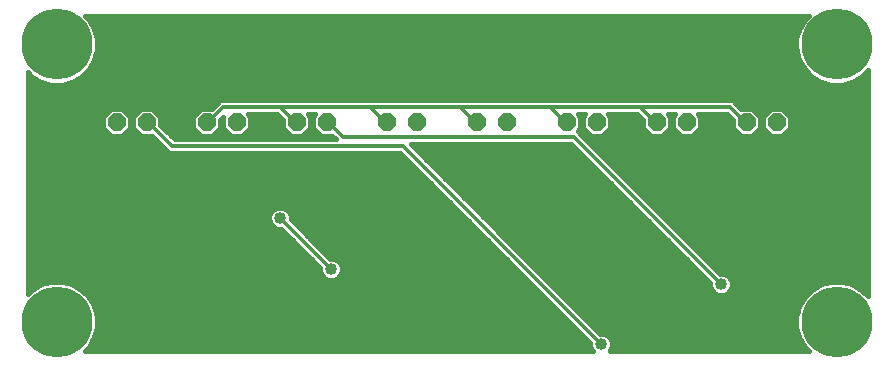
<source format=gbl>
G75*
%MOIN*%
%OFA0B0*%
%FSLAX24Y24*%
%IPPOS*%
%LPD*%
%AMOC8*
5,1,8,0,0,1.08239X$1,22.5*
%
%ADD10OC8,0.0594*%
%ADD11C,0.0160*%
%ADD12C,0.0400*%
%ADD13C,0.2362*%
%ADD14C,0.0140*%
D10*
X003430Y008080D03*
X004430Y008080D03*
X006430Y008080D03*
X007430Y008080D03*
X009430Y008080D03*
X010430Y008080D03*
X012430Y008080D03*
X013430Y008080D03*
X015430Y008080D03*
X016430Y008080D03*
X018430Y008080D03*
X019430Y008080D03*
X021430Y008080D03*
X022430Y008080D03*
X024430Y008080D03*
X025430Y008080D03*
D11*
X002503Y000607D02*
X002357Y000460D01*
X019291Y000460D01*
X019275Y000476D01*
X019220Y000608D01*
X019220Y000715D01*
X012885Y007050D01*
X005185Y007050D01*
X004612Y007623D01*
X004241Y007623D01*
X003973Y007891D01*
X003973Y008269D01*
X004241Y008537D01*
X004619Y008537D01*
X004887Y008269D01*
X004887Y007998D01*
X005375Y007510D01*
X010725Y007510D01*
X010612Y007623D01*
X010241Y007623D01*
X009973Y007891D01*
X009973Y008269D01*
X010054Y008350D01*
X009806Y008350D01*
X009887Y008269D01*
X009887Y007891D01*
X009619Y007623D01*
X009241Y007623D01*
X008973Y007891D01*
X008973Y008162D01*
X008785Y008350D01*
X007806Y008350D01*
X007887Y008269D01*
X007887Y007891D01*
X007619Y007623D01*
X007241Y007623D01*
X006973Y007891D01*
X006973Y008248D01*
X006887Y008162D01*
X006887Y007891D01*
X006619Y007623D01*
X006241Y007623D01*
X005973Y007891D01*
X005973Y008269D01*
X006241Y008537D01*
X006612Y008537D01*
X006885Y008810D01*
X023975Y008810D01*
X024110Y008675D01*
X024248Y008537D01*
X024619Y008537D01*
X024887Y008269D01*
X024887Y007891D01*
X024619Y007623D01*
X024241Y007623D01*
X023973Y007891D01*
X023973Y008162D01*
X023785Y008350D01*
X022806Y008350D01*
X022887Y008269D01*
X022887Y007891D01*
X022619Y007623D01*
X022241Y007623D01*
X021973Y007891D01*
X021973Y008269D01*
X022054Y008350D01*
X021806Y008350D01*
X021887Y008269D01*
X021887Y007891D01*
X021619Y007623D01*
X021241Y007623D01*
X020973Y007891D01*
X020973Y008162D01*
X020785Y008350D01*
X019806Y008350D01*
X019887Y008269D01*
X019887Y007891D01*
X019619Y007623D01*
X019241Y007623D01*
X018973Y007891D01*
X018973Y008269D01*
X019054Y008350D01*
X018806Y008350D01*
X018887Y008269D01*
X018887Y007891D01*
X018791Y007795D01*
X018910Y007675D01*
X023545Y003040D01*
X023652Y003040D01*
X023784Y002985D01*
X023885Y002884D01*
X023940Y002752D01*
X023940Y002608D01*
X023885Y002476D01*
X023784Y002375D01*
X023652Y002320D01*
X023508Y002320D01*
X023376Y002375D01*
X023275Y002476D01*
X023220Y002608D01*
X023220Y002715D01*
X018585Y007350D01*
X013235Y007350D01*
X019545Y001040D01*
X019652Y001040D01*
X019784Y000985D01*
X019885Y000884D01*
X019940Y000752D01*
X019940Y000608D01*
X019885Y000476D01*
X019869Y000460D01*
X026503Y000460D01*
X026357Y000607D01*
X026180Y000912D01*
X026089Y001253D01*
X026089Y001607D01*
X026180Y001948D01*
X026357Y002253D01*
X026607Y002503D01*
X026912Y002680D01*
X027253Y002771D01*
X027607Y002771D01*
X027948Y002680D01*
X028253Y002503D01*
X028461Y002296D01*
X028461Y009814D01*
X028253Y009607D01*
X027948Y009430D01*
X027607Y009339D01*
X027253Y009339D01*
X026912Y009430D01*
X026607Y009607D01*
X026357Y009857D01*
X026180Y010162D01*
X026089Y010503D01*
X026089Y010857D01*
X026180Y011198D01*
X026357Y011503D01*
X026490Y011636D01*
X002370Y011636D01*
X002503Y011503D01*
X002680Y011198D01*
X002771Y010857D01*
X002771Y010503D01*
X002680Y010162D01*
X002503Y009857D01*
X002253Y009607D01*
X001948Y009430D01*
X001607Y009339D01*
X001253Y009339D01*
X000912Y009430D01*
X000607Y009607D01*
X000460Y009753D01*
X000460Y002357D01*
X000607Y002503D01*
X000912Y002680D01*
X001253Y002771D01*
X001607Y002771D01*
X001948Y002680D01*
X002253Y002503D01*
X002503Y002253D01*
X002680Y001948D01*
X002771Y001607D01*
X002771Y001253D01*
X002680Y000912D01*
X002503Y000607D01*
X002531Y000656D02*
X019220Y000656D01*
X019266Y000497D02*
X002394Y000497D01*
X002623Y000814D02*
X019121Y000814D01*
X018962Y000973D02*
X002696Y000973D01*
X002738Y001131D02*
X018804Y001131D01*
X018645Y001290D02*
X002771Y001290D01*
X002771Y001448D02*
X018487Y001448D01*
X018328Y001607D02*
X002771Y001607D01*
X002729Y001765D02*
X018170Y001765D01*
X018011Y001924D02*
X002686Y001924D01*
X002602Y002082D02*
X017853Y002082D01*
X017694Y002241D02*
X002511Y002241D01*
X002358Y002399D02*
X017536Y002399D01*
X017377Y002558D02*
X002159Y002558D01*
X001812Y002716D02*
X017219Y002716D01*
X017060Y002875D02*
X010783Y002875D01*
X010784Y002875D02*
X010885Y002976D01*
X010940Y003108D01*
X010940Y003252D01*
X010885Y003384D01*
X010784Y003485D01*
X010652Y003540D01*
X010545Y003540D01*
X009240Y004845D01*
X009240Y004952D01*
X009185Y005084D01*
X009084Y005185D01*
X008952Y005240D01*
X008808Y005240D01*
X008676Y005185D01*
X008575Y005084D01*
X008520Y004952D01*
X008520Y004808D01*
X008575Y004676D01*
X008676Y004575D01*
X008808Y004520D01*
X008915Y004520D01*
X010220Y003215D01*
X010220Y003108D01*
X010275Y002976D01*
X010376Y002875D01*
X010508Y002820D01*
X010652Y002820D01*
X010784Y002875D01*
X010909Y003033D02*
X016902Y003033D01*
X016743Y003192D02*
X010940Y003192D01*
X010899Y003350D02*
X016585Y003350D01*
X016426Y003509D02*
X010728Y003509D01*
X010418Y003667D02*
X016268Y003667D01*
X016109Y003826D02*
X010260Y003826D01*
X010101Y003984D02*
X015951Y003984D01*
X015792Y004143D02*
X009943Y004143D01*
X009784Y004301D02*
X015634Y004301D01*
X015475Y004460D02*
X009626Y004460D01*
X009467Y004618D02*
X015317Y004618D01*
X015158Y004777D02*
X009309Y004777D01*
X009240Y004935D02*
X015000Y004935D01*
X014841Y005094D02*
X009176Y005094D01*
X008584Y005094D02*
X000460Y005094D01*
X000460Y005252D02*
X014683Y005252D01*
X014524Y005411D02*
X000460Y005411D01*
X000460Y005569D02*
X014366Y005569D01*
X014207Y005728D02*
X000460Y005728D01*
X000460Y005886D02*
X014049Y005886D01*
X013890Y006045D02*
X000460Y006045D01*
X000460Y006203D02*
X013732Y006203D01*
X013573Y006362D02*
X000460Y006362D01*
X000460Y006520D02*
X013415Y006520D01*
X013256Y006679D02*
X000460Y006679D01*
X000460Y006837D02*
X013098Y006837D01*
X012939Y006996D02*
X000460Y006996D01*
X000460Y007154D02*
X005081Y007154D01*
X004922Y007313D02*
X000460Y007313D01*
X000460Y007471D02*
X004764Y007471D01*
X005256Y007630D02*
X006234Y007630D01*
X006626Y007630D02*
X007234Y007630D01*
X007626Y007630D02*
X009234Y007630D01*
X009076Y007788D02*
X007784Y007788D01*
X007887Y007947D02*
X008973Y007947D01*
X008973Y008105D02*
X007887Y008105D01*
X007887Y008264D02*
X008871Y008264D01*
X009887Y008264D02*
X009973Y008264D01*
X009973Y008105D02*
X009887Y008105D01*
X009887Y007947D02*
X009973Y007947D01*
X010076Y007788D02*
X009784Y007788D01*
X009626Y007630D02*
X010234Y007630D01*
X013273Y007313D02*
X018622Y007313D01*
X018781Y007154D02*
X013431Y007154D01*
X013590Y006996D02*
X018939Y006996D01*
X019098Y006837D02*
X013748Y006837D01*
X013907Y006679D02*
X019256Y006679D01*
X019415Y006520D02*
X014065Y006520D01*
X014224Y006362D02*
X019573Y006362D01*
X019732Y006203D02*
X014382Y006203D01*
X014541Y006045D02*
X019890Y006045D01*
X020049Y005886D02*
X014699Y005886D01*
X014858Y005728D02*
X020207Y005728D01*
X020699Y005886D02*
X028461Y005886D01*
X028461Y005728D02*
X020858Y005728D01*
X021016Y005569D02*
X028461Y005569D01*
X028461Y005411D02*
X021175Y005411D01*
X021333Y005252D02*
X028461Y005252D01*
X028461Y005094D02*
X021492Y005094D01*
X021650Y004935D02*
X028461Y004935D01*
X028461Y004777D02*
X021809Y004777D01*
X021967Y004618D02*
X028461Y004618D01*
X028461Y004460D02*
X022126Y004460D01*
X022284Y004301D02*
X028461Y004301D01*
X028461Y004143D02*
X022443Y004143D01*
X022601Y003984D02*
X028461Y003984D01*
X028461Y003826D02*
X022760Y003826D01*
X022918Y003667D02*
X028461Y003667D01*
X028461Y003509D02*
X023077Y003509D01*
X023235Y003350D02*
X028461Y003350D01*
X028461Y003192D02*
X023394Y003192D01*
X023668Y003033D02*
X028461Y003033D01*
X028461Y002875D02*
X023889Y002875D01*
X023940Y002716D02*
X027048Y002716D01*
X026701Y002558D02*
X023919Y002558D01*
X023808Y002399D02*
X026502Y002399D01*
X026349Y002241D02*
X018345Y002241D01*
X018186Y002399D02*
X023352Y002399D01*
X023241Y002558D02*
X018028Y002558D01*
X017869Y002716D02*
X023219Y002716D01*
X023060Y002875D02*
X017711Y002875D01*
X017552Y003033D02*
X022902Y003033D01*
X022743Y003192D02*
X017394Y003192D01*
X017235Y003350D02*
X022585Y003350D01*
X022426Y003509D02*
X017077Y003509D01*
X016918Y003667D02*
X022268Y003667D01*
X022109Y003826D02*
X016760Y003826D01*
X016601Y003984D02*
X021951Y003984D01*
X021792Y004143D02*
X016443Y004143D01*
X016284Y004301D02*
X021634Y004301D01*
X021475Y004460D02*
X016126Y004460D01*
X015967Y004618D02*
X021317Y004618D01*
X021158Y004777D02*
X015809Y004777D01*
X015650Y004935D02*
X021000Y004935D01*
X020841Y005094D02*
X015492Y005094D01*
X015333Y005252D02*
X020683Y005252D01*
X020524Y005411D02*
X015175Y005411D01*
X015016Y005569D02*
X020366Y005569D01*
X020541Y006045D02*
X028461Y006045D01*
X028461Y006203D02*
X020382Y006203D01*
X020224Y006362D02*
X028461Y006362D01*
X028461Y006520D02*
X020065Y006520D01*
X019907Y006679D02*
X028461Y006679D01*
X028461Y006837D02*
X019748Y006837D01*
X019590Y006996D02*
X028461Y006996D01*
X028461Y007154D02*
X019431Y007154D01*
X019273Y007313D02*
X028461Y007313D01*
X028461Y007471D02*
X019114Y007471D01*
X019234Y007630D02*
X018956Y007630D01*
X019076Y007788D02*
X018797Y007788D01*
X018887Y007947D02*
X018973Y007947D01*
X018973Y008105D02*
X018887Y008105D01*
X018887Y008264D02*
X018973Y008264D01*
X019887Y008264D02*
X020871Y008264D01*
X020973Y008105D02*
X019887Y008105D01*
X019887Y007947D02*
X020973Y007947D01*
X021076Y007788D02*
X019784Y007788D01*
X019626Y007630D02*
X021234Y007630D01*
X021626Y007630D02*
X022234Y007630D01*
X022626Y007630D02*
X024234Y007630D01*
X024076Y007788D02*
X022784Y007788D01*
X022887Y007947D02*
X023973Y007947D01*
X023973Y008105D02*
X022887Y008105D01*
X022887Y008264D02*
X023871Y008264D01*
X024205Y008581D02*
X028461Y008581D01*
X028461Y008422D02*
X025734Y008422D01*
X025619Y008537D02*
X025241Y008537D01*
X024973Y008269D01*
X024973Y007891D01*
X025241Y007623D01*
X025619Y007623D01*
X025887Y007891D01*
X025887Y008269D01*
X025619Y008537D01*
X025126Y008422D02*
X024734Y008422D01*
X024887Y008264D02*
X024973Y008264D01*
X024973Y008105D02*
X024887Y008105D01*
X024887Y007947D02*
X024973Y007947D01*
X025076Y007788D02*
X024784Y007788D01*
X024626Y007630D02*
X025234Y007630D01*
X025626Y007630D02*
X028461Y007630D01*
X028461Y007788D02*
X025784Y007788D01*
X025887Y007947D02*
X028461Y007947D01*
X028461Y008105D02*
X025887Y008105D01*
X025887Y008264D02*
X028461Y008264D01*
X028461Y008739D02*
X024046Y008739D01*
X021973Y008264D02*
X021887Y008264D01*
X021887Y008105D02*
X021973Y008105D01*
X021973Y007947D02*
X021887Y007947D01*
X021784Y007788D02*
X022076Y007788D01*
X026523Y009690D02*
X002337Y009690D01*
X002123Y009532D02*
X026737Y009532D01*
X027126Y009373D02*
X001734Y009373D01*
X001126Y009373D02*
X000460Y009373D01*
X000460Y009532D02*
X000737Y009532D01*
X000523Y009690D02*
X000460Y009690D01*
X000460Y009215D02*
X028461Y009215D01*
X028461Y009056D02*
X000460Y009056D01*
X000460Y008898D02*
X028461Y008898D01*
X028461Y009373D02*
X027734Y009373D01*
X028123Y009532D02*
X028461Y009532D01*
X028461Y009690D02*
X028337Y009690D01*
X026365Y009849D02*
X002495Y009849D01*
X002590Y010007D02*
X026270Y010007D01*
X026179Y010166D02*
X002681Y010166D01*
X002723Y010324D02*
X026137Y010324D01*
X026095Y010483D02*
X002765Y010483D01*
X002771Y010641D02*
X026089Y010641D01*
X026089Y010800D02*
X002771Y010800D01*
X002744Y010958D02*
X026116Y010958D01*
X026159Y011117D02*
X002701Y011117D01*
X002635Y011275D02*
X026225Y011275D01*
X026316Y011434D02*
X002544Y011434D01*
X002415Y011592D02*
X026445Y011592D01*
X009134Y004301D02*
X000460Y004301D01*
X000460Y004143D02*
X009292Y004143D01*
X009451Y003984D02*
X000460Y003984D01*
X000460Y003826D02*
X009609Y003826D01*
X009768Y003667D02*
X000460Y003667D01*
X000460Y003509D02*
X009926Y003509D01*
X010085Y003350D02*
X000460Y003350D01*
X000460Y003192D02*
X010220Y003192D01*
X010251Y003033D02*
X000460Y003033D01*
X000460Y002875D02*
X010377Y002875D01*
X008975Y004460D02*
X000460Y004460D01*
X000460Y004618D02*
X008633Y004618D01*
X008533Y004777D02*
X000460Y004777D01*
X000460Y004935D02*
X008520Y004935D01*
X004234Y007630D02*
X003626Y007630D01*
X003619Y007623D02*
X003887Y007891D01*
X003887Y008269D01*
X003619Y008537D01*
X003241Y008537D01*
X002973Y008269D01*
X002973Y007891D01*
X003241Y007623D01*
X003619Y007623D01*
X003234Y007630D02*
X000460Y007630D01*
X000460Y007788D02*
X003076Y007788D01*
X002973Y007947D02*
X000460Y007947D01*
X000460Y008105D02*
X002973Y008105D01*
X002973Y008264D02*
X000460Y008264D01*
X000460Y008422D02*
X003126Y008422D01*
X003734Y008422D02*
X004126Y008422D01*
X003973Y008264D02*
X003887Y008264D01*
X003887Y008105D02*
X003973Y008105D01*
X003973Y007947D02*
X003887Y007947D01*
X003784Y007788D02*
X004076Y007788D01*
X004887Y008105D02*
X005973Y008105D01*
X005973Y007947D02*
X004939Y007947D01*
X005097Y007788D02*
X006076Y007788D01*
X006784Y007788D02*
X007076Y007788D01*
X006973Y007947D02*
X006887Y007947D01*
X006887Y008105D02*
X006973Y008105D01*
X006126Y008422D02*
X004734Y008422D01*
X004887Y008264D02*
X005973Y008264D01*
X006655Y008581D02*
X000460Y008581D01*
X000460Y008739D02*
X006814Y008739D01*
X001048Y002716D02*
X000460Y002716D01*
X000460Y002558D02*
X000701Y002558D01*
X000502Y002399D02*
X000460Y002399D01*
X018503Y002082D02*
X026258Y002082D01*
X026174Y001924D02*
X018662Y001924D01*
X018820Y001765D02*
X026131Y001765D01*
X026089Y001607D02*
X018979Y001607D01*
X019137Y001448D02*
X026089Y001448D01*
X026089Y001290D02*
X019296Y001290D01*
X019454Y001131D02*
X026122Y001131D01*
X026164Y000973D02*
X019797Y000973D01*
X019914Y000814D02*
X026237Y000814D01*
X026329Y000656D02*
X019940Y000656D01*
X019894Y000497D02*
X026466Y000497D01*
X028358Y002399D02*
X028461Y002399D01*
X028461Y002558D02*
X028159Y002558D01*
X028461Y002716D02*
X027812Y002716D01*
D12*
X026180Y004180D03*
X023580Y002680D03*
X019580Y000680D03*
X010580Y003180D03*
X008880Y004880D03*
D13*
X001430Y001430D03*
X001430Y010680D03*
X027430Y010680D03*
X027430Y001430D03*
D14*
X023580Y002680D02*
X018680Y007580D01*
X010980Y007580D01*
X010480Y008080D01*
X010430Y008080D01*
X009430Y008080D02*
X009380Y008080D01*
X008880Y008580D01*
X011880Y008580D01*
X014880Y008580D01*
X017880Y008580D01*
X020880Y008580D01*
X023880Y008580D01*
X024380Y008080D01*
X024430Y008080D01*
X021430Y008080D02*
X021380Y008080D01*
X020880Y008580D01*
X018430Y008080D02*
X018380Y008080D01*
X017880Y008580D01*
X015430Y008080D02*
X015380Y008080D01*
X014880Y008580D01*
X012430Y008080D02*
X012380Y008080D01*
X011880Y008580D01*
X012980Y007280D02*
X005280Y007280D01*
X004480Y008080D01*
X004430Y008080D01*
X006430Y008080D02*
X006480Y008080D01*
X006980Y008580D01*
X008880Y008580D01*
X012980Y007280D02*
X019580Y000680D01*
X010580Y003180D02*
X008880Y004880D01*
M02*

</source>
